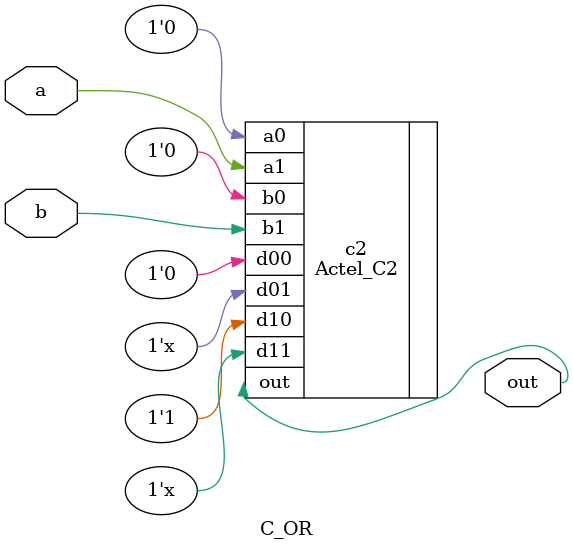
<source format=v>
module C_OR(a, b, out);

    input wire[0:0] a, b;
    output wire[0:0] out;

    Actel_C2 c2(
        .out(out),
        .d00(1'b0), .d01(1'bz), 
        .d10(1'b1), .d11(1'bz), 
        .a1(a),     .b1(b), 
        .a0(1'b0),  .b0(1'b0)
    );

endmodule

</source>
